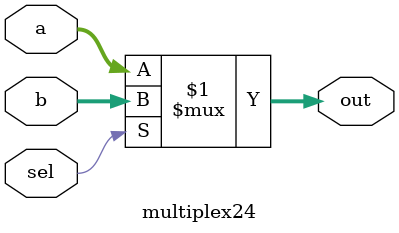
<source format=v>

`timescale 1ns / 100ps

module multiplex24(
	//Inputs and Outputs defined here
	//This module is for a 24-bit multiplexer
	input [23:0] a,
	input [23:0] b,
	input sel,
	output wire[23:0] out
    );
	assign out = sel ? b : a;                 
      
endmodule

</source>
